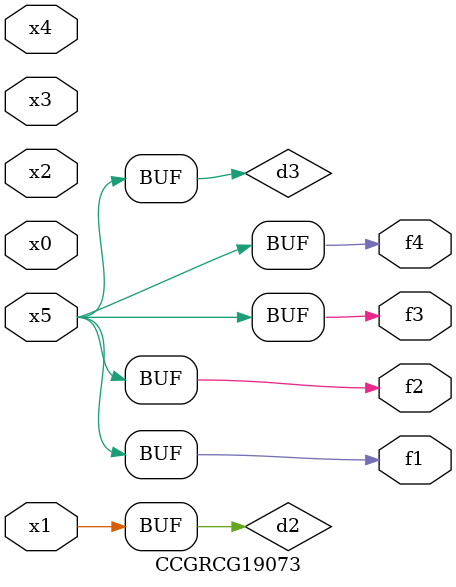
<source format=v>
module CCGRCG19073(
	input x0, x1, x2, x3, x4, x5,
	output f1, f2, f3, f4
);

	wire d1, d2, d3;

	not (d1, x5);
	or (d2, x1);
	xnor (d3, d1);
	assign f1 = d3;
	assign f2 = d3;
	assign f3 = d3;
	assign f4 = d3;
endmodule

</source>
